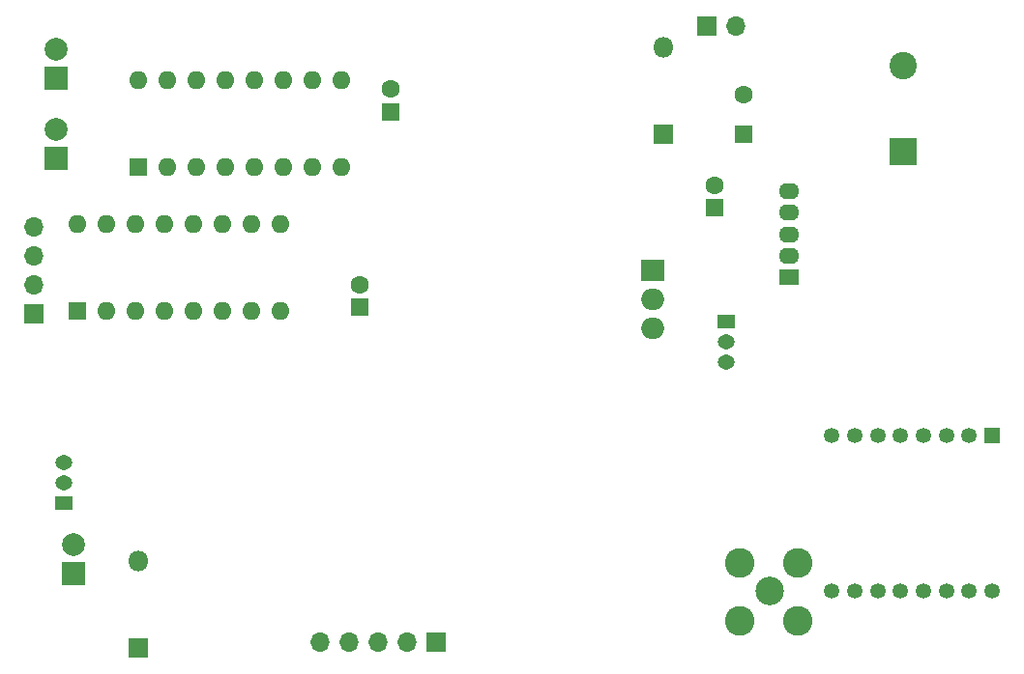
<source format=gbr>
%TF.GenerationSoftware,KiCad,Pcbnew,8.0.3*%
%TF.CreationDate,2024-08-01T08:22:56+01:00*%
%TF.ProjectId,controller,636f6e74-726f-46c6-9c65-722e6b696361,rev?*%
%TF.SameCoordinates,Original*%
%TF.FileFunction,Soldermask,Bot*%
%TF.FilePolarity,Negative*%
%FSLAX46Y46*%
G04 Gerber Fmt 4.6, Leading zero omitted, Abs format (unit mm)*
G04 Created by KiCad (PCBNEW 8.0.3) date 2024-08-01 08:22:56*
%MOMM*%
%LPD*%
G01*
G04 APERTURE LIST*
%ADD10R,1.600000X1.600000*%
%ADD11O,1.600000X1.600000*%
%ADD12C,2.600000*%
%ADD13C,2.500000*%
%ADD14C,1.600000*%
%ADD15R,1.700000X1.700000*%
%ADD16O,1.700000X1.700000*%
%ADD17R,1.800000X1.400000*%
%ADD18O,1.800000X1.400000*%
%ADD19R,2.000000X2.000000*%
%ADD20C,2.000000*%
%ADD21R,1.350000X1.350000*%
%ADD22C,1.350000*%
%ADD23R,1.800000X1.800000*%
%ADD24O,1.800000X1.800000*%
%ADD25R,1.500000X1.300000*%
%ADD26O,1.500000X1.300000*%
%ADD27R,2.000000X1.905000*%
%ADD28O,2.000000X1.905000*%
%ADD29R,2.400000X2.400000*%
%ADD30C,2.400000*%
G04 APERTURE END LIST*
D10*
%TO.C,U1*%
X74970000Y-75845000D03*
D11*
X77510000Y-75845000D03*
X80050000Y-75845000D03*
X82590000Y-75845000D03*
X85130000Y-75845000D03*
X87670000Y-75845000D03*
X90210000Y-75845000D03*
X92750000Y-75845000D03*
X92750000Y-68225000D03*
X90210000Y-68225000D03*
X87670000Y-68225000D03*
X85130000Y-68225000D03*
X82590000Y-68225000D03*
X80050000Y-68225000D03*
X77510000Y-68225000D03*
X74970000Y-68225000D03*
%TD*%
D12*
%TO.C,J1*%
X127670000Y-110535000D03*
X127670000Y-115615000D03*
X132750000Y-110535000D03*
X132750000Y-115615000D03*
D13*
X130310000Y-113000000D03*
%TD*%
D10*
%TO.C,C4*%
X125500000Y-79426041D03*
D14*
X125500000Y-77426041D03*
%TD*%
D15*
%TO.C,J3*%
X124750000Y-63475000D03*
D16*
X127290000Y-63475000D03*
%TD*%
D17*
%TO.C,U5*%
X131945000Y-85549811D03*
D18*
X131945000Y-83649811D03*
X131945000Y-81749811D03*
X131945000Y-79849811D03*
X131945000Y-77949811D03*
%TD*%
D15*
%TO.C,M3*%
X65880000Y-88685000D03*
D16*
X65880000Y-86145000D03*
X65880000Y-83605000D03*
X65880000Y-81065000D03*
%TD*%
D10*
%TO.C,C6*%
X128000000Y-73000000D03*
D14*
X128000000Y-69500000D03*
%TD*%
D15*
%TO.C,J2*%
X101040000Y-117525000D03*
D16*
X98500000Y-117525000D03*
X95960000Y-117525000D03*
X93420000Y-117525000D03*
X90880000Y-117525000D03*
%TD*%
D10*
%TO.C,C19*%
X94380000Y-88174657D03*
D14*
X94380000Y-86174657D03*
%TD*%
D19*
%TO.C,M2*%
X67845000Y-75085000D03*
D20*
X67845000Y-72545000D03*
%TD*%
D21*
%TO.C,U4*%
X149750000Y-99400000D03*
D22*
X147750000Y-99400000D03*
X145750000Y-99400000D03*
X143750000Y-99400000D03*
X141750000Y-99400000D03*
X139750000Y-99400000D03*
X137750000Y-99400000D03*
X135750000Y-99400000D03*
X135750000Y-113000000D03*
X137750000Y-113000000D03*
X139750000Y-113000000D03*
X141750000Y-113000000D03*
X143750000Y-113000000D03*
X145750000Y-113000000D03*
X147750000Y-113000000D03*
X149750000Y-113000000D03*
%TD*%
D23*
%TO.C,D14*%
X121000000Y-73000000D03*
D24*
X121000000Y-65380000D03*
%TD*%
D25*
%TO.C,U6*%
X126472000Y-89446041D03*
D26*
X126472000Y-91224041D03*
X126472000Y-93002041D03*
%TD*%
D27*
%TO.C,U7*%
X120055000Y-84886041D03*
D28*
X120055000Y-87426041D03*
X120055000Y-89966041D03*
%TD*%
D23*
%TO.C,D13*%
X75000000Y-118000000D03*
D24*
X75000000Y-110380000D03*
%TD*%
D25*
%TO.C,Q1*%
X68500000Y-105325000D03*
D26*
X68500000Y-103547000D03*
X68500000Y-101769000D03*
%TD*%
D10*
%TO.C,U3*%
X69710000Y-88485000D03*
D11*
X72250000Y-88485000D03*
X74790000Y-88485000D03*
X77330000Y-88485000D03*
X79870000Y-88485000D03*
X82410000Y-88485000D03*
X84950000Y-88485000D03*
X87490000Y-88485000D03*
X87490000Y-80865000D03*
X84950000Y-80865000D03*
X82410000Y-80865000D03*
X79870000Y-80865000D03*
X77330000Y-80865000D03*
X74790000Y-80865000D03*
X72250000Y-80865000D03*
X69710000Y-80865000D03*
%TD*%
D29*
%TO.C,C5*%
X142000000Y-74500000D03*
D30*
X142000000Y-67000000D03*
%TD*%
D19*
%TO.C,L1*%
X69350000Y-111540000D03*
D20*
X69350000Y-109000000D03*
%TD*%
D19*
%TO.C,M1*%
X67845000Y-68085000D03*
D20*
X67845000Y-65545000D03*
%TD*%
D10*
%TO.C,C20*%
X97095000Y-71000113D03*
D14*
X97095000Y-69000113D03*
%TD*%
M02*

</source>
